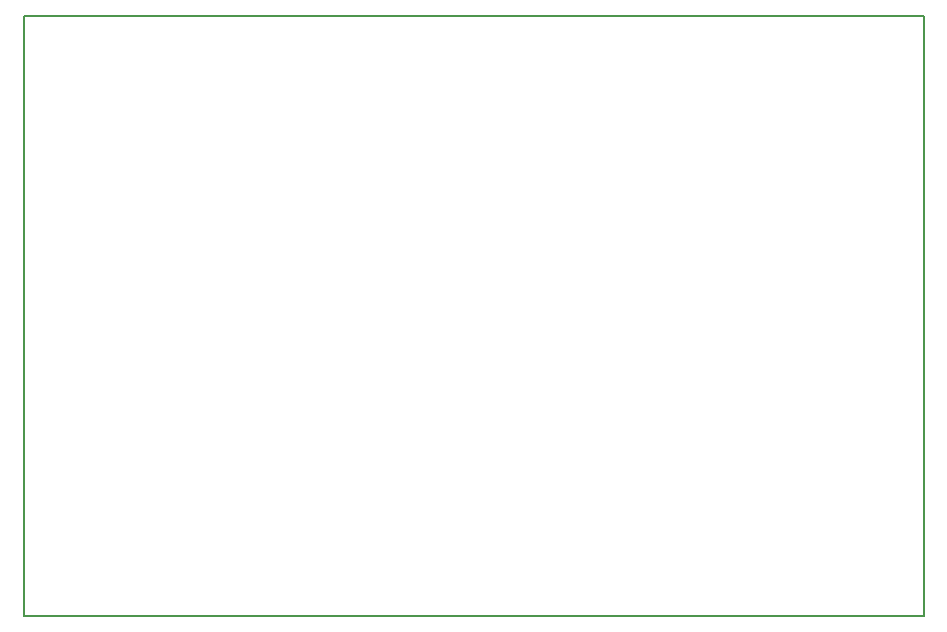
<source format=gbr>
G04 #@! TF.FileFunction,Profile,NP*
%FSLAX46Y46*%
G04 Gerber Fmt 4.6, Leading zero omitted, Abs format (unit mm)*
G04 Created by KiCad (PCBNEW (2016-05-05 BZR 6775)-product) date Tuesday, July 05, 2016 'PMt' 09:19:01 PM*
%MOMM*%
%LPD*%
G01*
G04 APERTURE LIST*
%ADD10C,0.100000*%
%ADD11C,0.200000*%
G04 APERTURE END LIST*
D10*
D11*
X101600000Y-101600000D02*
X101600000Y-152400000D01*
X177800000Y-101600000D02*
X101600000Y-101600000D01*
X177800000Y-152400000D02*
X177800000Y-101600000D01*
X101600000Y-152400000D02*
X177800000Y-152400000D01*
M02*

</source>
